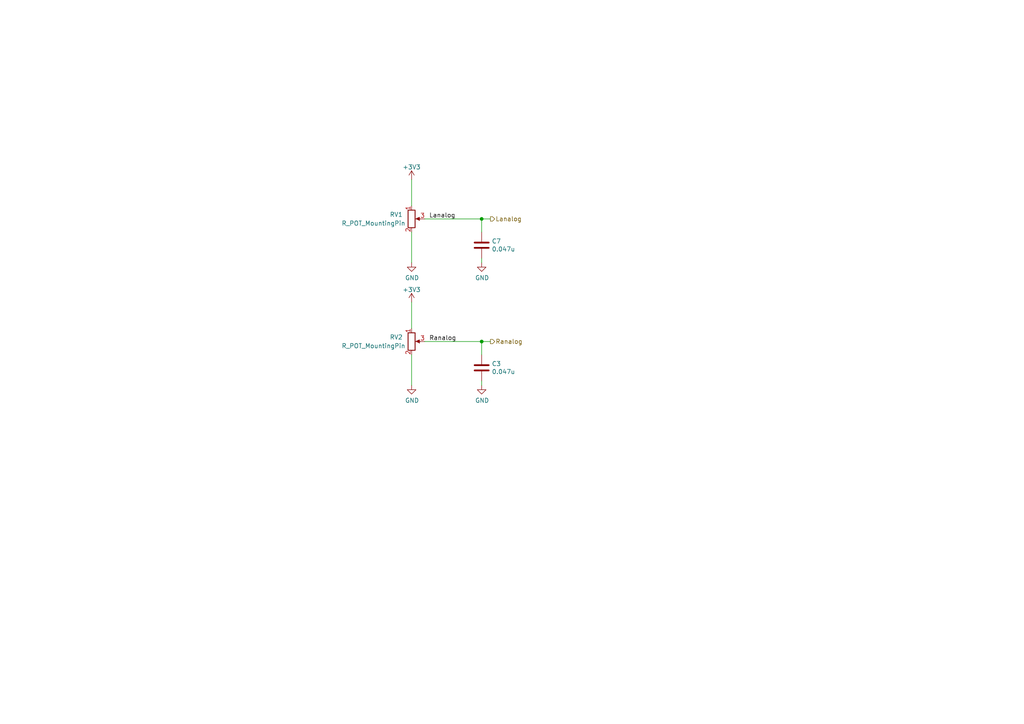
<source format=kicad_sch>
(kicad_sch (version 20211123) (generator eeschema)
  (paper "A4")
  (title_block (title "PHORAE") (rev "A"))
  (lib_symbols
    (symbol "Device:C" (pin_numbers hide) (pin_names (offset 0.254))
      (property "Reference" "C" (at 0.635 2.54 0))
      (property "Value" "C" (at 0.635 -2.54 0))
      (symbol "C_0_1"
        (polyline (pts (xy -2.032 -0.762) (xy 2.032 -0.762)) (stroke (width 0.508)))
        (polyline (pts (xy -2.032 0.762) (xy 2.032 0.762)) (stroke (width 0.508)))
      )
      (symbol "C_1_1"
        (pin passive line (at 0 3.81 270) (length 2.794) (name "~") (number "1"))
        (pin passive line (at 0 -3.81 90) (length 2.794) (name "~") (number "2"))
      )
    )
    (symbol "GCC:+3.3V" (power) (pin_names (offset 0))
      (property "Value" "+3.3V" (at 0 3.556 0))
      (symbol "+3.3V_0_1"
        (polyline (pts (xy -0.762 1.27) (xy 0 2.54)))
        (polyline (pts (xy 0 0) (xy 0 2.54)))
        (polyline (pts (xy 0 2.54) (xy 0.762 1.27)))
      )
      (symbol "+3.3V_1_1"
        (pin power_in line (at 0 0 90) (length 0) hide (name "+3V3") (number "1"))
      )
    )
    (symbol "GCC:Gamecube-MB-rescue_Slider_GCC-Gamecube_MB" (pin_names (offset 1.016) hide)
      (property "Reference" "RV" (at -8.255 0 90))
      (property "Value" "Gamecube-MB-rescue_Slider_GCC-Gamecube_MB" (at -6.35 0 90))
      (symbol "Gamecube-MB-rescue_Slider_GCC-Gamecube_MB_0_1"
        (polyline (pts (xy 2.54 0) (xy 1.524 0)))
        (polyline (pts (xy 1.143 0) (xy 2.286 0.508) (xy 2.286 -0.508)) (fill (type outline)))
        (rectangle (start 1.016 2.54) (end -1.016 -2.54) (stroke (width 0.254)))
      )
      (symbol "Gamecube-MB-rescue_Slider_GCC-Gamecube_MB_1_1"
        (pin passive line (at 0 3.81 270) (length 1.27) (name "V+") (number "1"))
        (pin passive line (at 0 -3.81 90) (length 1.27) (name "GND") (number "2"))
        (pin passive line (at 3.81 0 180) (length 1.27) (name "Signal") (number "3"))
      )
    )
    (symbol "power:GND" (power) (pin_names (offset 0))
      (property "Value" "GND" (at 0 -3.81 0))
      (symbol "GND_0_1"
        (polyline (pts (xy 0 0) (xy 0 -1.27) (xy 1.27 -1.27) (xy 0 -2.54) (xy -1.27 -1.27) (xy 0 -1.27)))
      )
      (symbol "GND_1_1"
        (pin power_in line (at 0 0 270) (length 0) hide (name "GND") (number "1"))
      )
    )
  )
  (junction (at 139.7 99.06))
  (junction (at 139.7 63.5))
  (wire (pts (xy 119.38 87.63) (xy 119.38 95.25)))
  (wire (pts (xy 123.19 63.5) (xy 139.7 63.5)))
  (wire (pts (xy 139.7 102.87) (xy 139.7 99.06)))
  (wire (pts (xy 139.7 110.49) (xy 139.7 111.76)))
  (wire (pts (xy 119.38 111.76) (xy 119.38 102.87)))
  (wire (pts (xy 139.7 74.93) (xy 139.7 76.2)))
  (wire (pts (xy 119.38 52.07) (xy 119.38 59.69)))
  (wire (pts (xy 123.19 99.06) (xy 139.7 99.06)))
  (wire (pts (xy 139.7 99.06) (xy 142.24 99.06)))
  (wire (pts (xy 139.7 63.5) (xy 142.24 63.5)))
  (wire (pts (xy 139.7 63.5) (xy 139.7 67.31)))
  (wire (pts (xy 119.38 76.2) (xy 119.38 67.31)))
  (label "Lanalog" (at 124.46 63.5 0))
  (label "Ranalog" (at 124.46 99.06 0))
  (hierarchical_label "Lanalog" (shape output) (at 142.24 63.5 0))
  (hierarchical_label "Ranalog" (shape output) (at 142.24 99.06 0))
  (symbol (lib_id "GCC:Gamecube-MB-rescue_Slider_GCC-Gamecube_MB") (at 119.38 99.06 0) (unit 1)
    (property "Reference" "RV2" (at 113.03 97.79 0) (effects (justify left)))
    (property "Value" "R_POT_MountingPin" (at 99.06 100.33 0) (effects (justify left)))
    (property "Footprint" "PhobGCC_2_0_0_footprints:GCC_Slider" (effects hide))
    (property "MPN" "Trigger-Slider" (effects hide))
    (property "Manufacturer" "Various" (effects hide))
    (property "Package" "Through-hole" (effects hide))
    (property "VARIANT" "NoVar" (effects hide))
  )
  (symbol (lib_id "power:GND") (at 119.38 76.2 0) (unit 1)
    (property "Reference" "#PWR062" (effects hide))
    (property "Value" "GND" (at 119.507 80.5942 0))
  )
  (symbol (lib_id "power:GND") (at 119.38 111.76 0) (unit 1)
    (property "Reference" "#PWR064" (effects hide))
    (property "Value" "GND" (at 119.507 116.1542 0))
  )
  (symbol (lib_id "GCC:+3.3V") (at 119.38 52.07 0) (unit 1)
    (property "Reference" "#PWR061" (effects hide))
    (property "Value" "+3.3V" (at 119.38 48.4655 0))
  )
  (symbol (lib_id "GCC:Gamecube-MB-rescue_Slider_GCC-Gamecube_MB") (at 119.38 63.5 0) (unit 1)
    (property "Reference" "RV1" (at 113.03 62.23 0) (effects (justify left)))
    (property "Value" "R_POT_MountingPin" (at 99.06 64.77 0) (effects (justify left)))
    (property "Footprint" "PhobGCC_2_0_0_footprints:GCC_Slider" (effects hide))
    (property "MPN" "Trigger-Slider" (effects hide))
    (property "Manufacturer" "Various" (effects hide))
    (property "Package" "Through-hole" (effects hide))
    (property "VARIANT" "NoVar" (effects hide))
  )
  (symbol (lib_id "Device:C") (at 139.7 71.12 0) (unit 1)
    (property "Reference" "C7" (at 142.621 69.9516 0) (effects (justify left)))
    (property "Value" "0.047u" (at 142.621 72.263 0) (effects (justify left)))
    (property "Footprint" "PhobGCC_2_0_0_footprints:C_0603_HandSoldering" (effects hide))
    (property "LCSC" "C1622" (effects hide))
    (property "MPN" "CL10B473KB8NNNC" (effects hide))
    (property "Manufacturer" "Samsung Electro-Mechanics" (effects hide))
    (property "Package" "0603" (effects hide))
    (property "VARIANT" "NoVar" (effects hide))
  )
  (symbol (lib_id "power:GND") (at 139.7 76.2 0) (unit 1)
    (property "Reference" "#PWR065" (effects hide))
    (property "Value" "GND" (at 139.827 80.5942 0))
  )
  (symbol (lib_id "power:GND") (at 139.7 111.76 0) (unit 1)
    (property "Reference" "#PWR066" (effects hide))
    (property "Value" "GND" (at 139.827 116.1542 0))
  )
  (symbol (lib_id "GCC:+3.3V") (at 119.38 87.63 0) (unit 1)
    (property "Reference" "#PWR063" (effects hide))
    (property "Value" "+3.3V" (at 119.38 84.0255 0))
  )
  (symbol (lib_id "Device:C") (at 139.7 106.68 0) (unit 1)
    (property "Reference" "C3" (at 142.621 105.5116 0) (effects (justify left)))
    (property "Value" "0.047u" (at 142.621 107.823 0) (effects (justify left)))
    (property "Footprint" "PhobGCC_2_0_0_footprints:C_0603_HandSoldering" (effects hide))
    (property "LCSC" "C1622" (effects hide))
    (property "MPN" "CL10B473KB8NNNC" (effects hide))
    (property "Manufacturer" "Samsung Electro-Mechanics" (effects hide))
    (property "Package" "0603" (effects hide))
    (property "VARIANT" "NoVar" (effects hide))
  )
)
</source>
